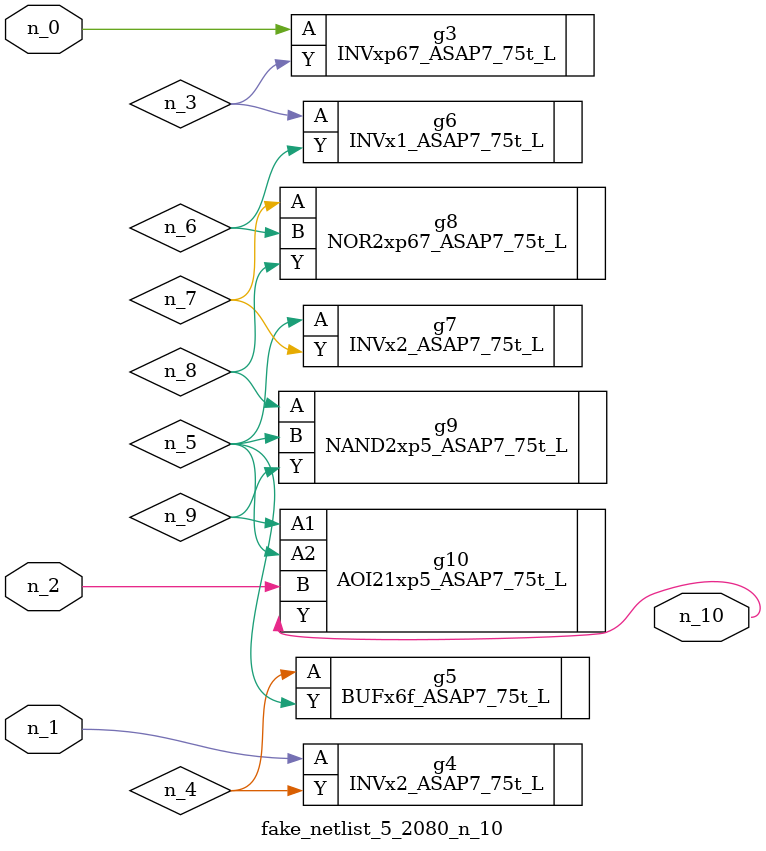
<source format=v>
module fake_netlist_5_2080_n_10 (n_1, n_2, n_0, n_10);

input n_1;
input n_2;
input n_0;

output n_10;

wire n_8;
wire n_5;
wire n_4;
wire n_9;
wire n_6;
wire n_3;
wire n_7;

INVxp67_ASAP7_75t_L g3 ( 
.A(n_0),
.Y(n_3)
);

INVx2_ASAP7_75t_L g4 ( 
.A(n_1),
.Y(n_4)
);

BUFx6f_ASAP7_75t_L g5 ( 
.A(n_4),
.Y(n_5)
);

INVx1_ASAP7_75t_L g6 ( 
.A(n_3),
.Y(n_6)
);

INVx2_ASAP7_75t_L g7 ( 
.A(n_5),
.Y(n_7)
);

NOR2xp67_ASAP7_75t_L g8 ( 
.A(n_7),
.B(n_6),
.Y(n_8)
);

NAND2xp5_ASAP7_75t_L g9 ( 
.A(n_8),
.B(n_5),
.Y(n_9)
);

AOI21xp5_ASAP7_75t_L g10 ( 
.A1(n_9),
.A2(n_5),
.B(n_2),
.Y(n_10)
);


endmodule
</source>
